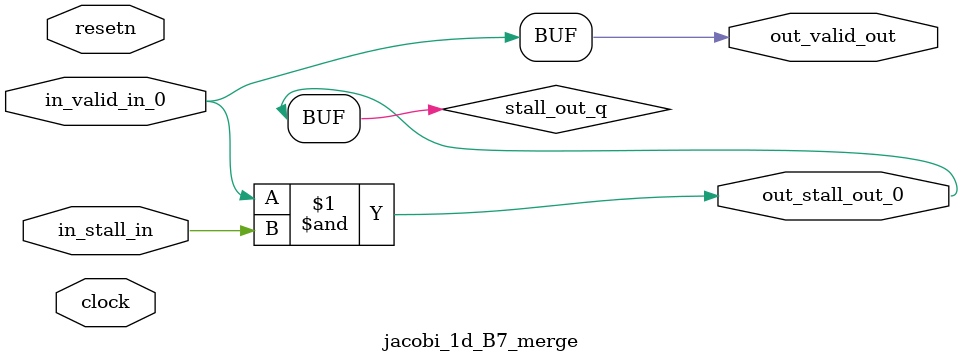
<source format=sv>



(* altera_attribute = "-name AUTO_SHIFT_REGISTER_RECOGNITION OFF; -name MESSAGE_DISABLE 10036; -name MESSAGE_DISABLE 10037; -name MESSAGE_DISABLE 14130; -name MESSAGE_DISABLE 14320; -name MESSAGE_DISABLE 15400; -name MESSAGE_DISABLE 14130; -name MESSAGE_DISABLE 10036; -name MESSAGE_DISABLE 12020; -name MESSAGE_DISABLE 12030; -name MESSAGE_DISABLE 12010; -name MESSAGE_DISABLE 12110; -name MESSAGE_DISABLE 14320; -name MESSAGE_DISABLE 13410; -name MESSAGE_DISABLE 113007; -name MESSAGE_DISABLE 10958" *)
module jacobi_1d_B7_merge (
    input wire [0:0] in_stall_in,
    input wire [0:0] in_valid_in_0,
    output wire [0:0] out_stall_out_0,
    output wire [0:0] out_valid_out,
    input wire clock,
    input wire resetn
    );

    wire [0:0] stall_out_q;


    // stall_out(LOGICAL,6)
    assign stall_out_q = in_valid_in_0 & in_stall_in;

    // out_stall_out_0(GPOUT,4)
    assign out_stall_out_0 = stall_out_q;

    // out_valid_out(GPOUT,5)
    assign out_valid_out = in_valid_in_0;

endmodule

</source>
